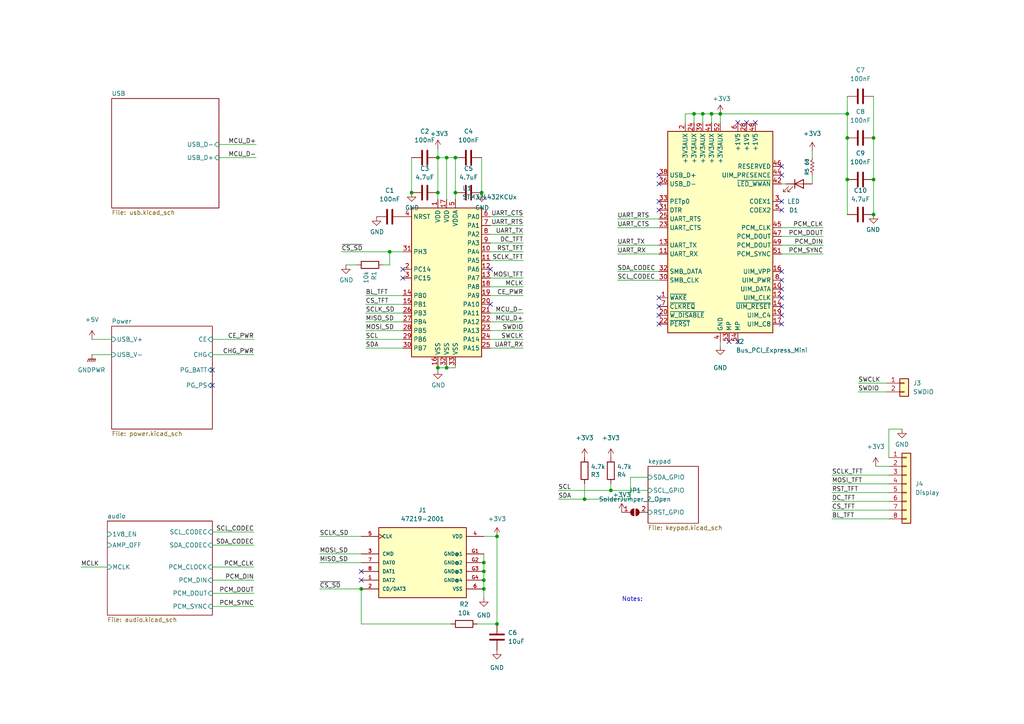
<source format=kicad_sch>
(kicad_sch (version 20211123) (generator eeschema)
  (paper "A4")
  (lib_symbols
    (symbol "Connector:Bus_PCI_Express_Mini"
      (property "Reference" "J4" (at 4.5594 -30.48 0))
      (property "Value" "Bus_PCI_Express_Mini" (at 4.5594 -33.02 0))
      (symbol "Bus_PCI_Express_Mini_0_1"
        (rectangle (start -15.24 30.48) (end 15.24 -27.94) (stroke (width 0.254)) (fill (type background)))
      )
      (symbol "Bus_PCI_Express_Mini_1_1"
        (pin open_collector line (at -17.78 -17.78 0) (length 2.54) (name "~{WAKE}") (number "1"))
        (pin bidirectional line (at 17.78 -15.24 180) (length 2.54) (name "UIM_DATA") (number "10"))
        (pin input line (at -17.78 -5.08 0) (length 2.54) (name "UART_RX") (number "11"))
        (pin output line (at 17.78 -17.78 180) (length 2.54) (name "UIM_CLK") (number "12"))
        (pin input line (at -17.78 -2.54 0) (length 2.54) (name "UART_TX") (number "13"))
        (pin output line (at 17.78 -20.32 180) (length 2.54) (name "~{UIM_RESET}") (number "14"))
        (pin passive line (at 0 -30.48 90) (length 2.54) hide (name "GND") (number "15"))
        (pin power_out line (at 17.78 -10.16 180) (length 2.54) (name "UIM_VPP") (number "16"))
        (pin passive line (at 17.78 -25.4 180) (length 2.54) (name "UIM_C8") (number "17"))
        (pin passive line (at 0 -30.48 90) (length 2.54) hide (name "GND") (number "18"))
        (pin passive line (at 17.78 -22.86 180) (length 2.54) (name "UIM_C4") (number "19"))
        (pin power_in line (at -10.16 33.02 270) (length 2.54) (name "+3V3AUX") (number "2"))
        (pin input line (at -17.78 -22.86 0) (length 2.54) (name "~{W_DISABLE}") (number "20"))
        (pin passive line (at 0 -30.48 90) (length 2.54) hide (name "GND") (number "21"))
        (pin input line (at -17.78 -25.4 0) (length 2.54) (name "~{PERST}") (number "22"))
        (pin output line (at -17.78 2.54 0) (length 2.54) (name "UART_CTS") (number "23"))
        (pin power_in line (at -7.62 33.02 270) (length 2.54) (name "+3V3AUX") (number "24"))
        (pin output line (at -17.78 5.08 0) (length 2.54) (name "UART_RTS") (number "25"))
        (pin passive line (at 0 -30.48 90) (length 2.54) hide (name "GND") (number "26"))
        (pin passive line (at 0 -30.48 90) (length 2.54) hide (name "GND") (number "27"))
        (pin power_in line (at 7.62 33.02 270) (length 2.54) (name "+1V5") (number "28"))
        (pin passive line (at 0 -30.48 90) (length 2.54) hide (name "GND") (number "29"))
        (pin passive line (at 17.78 10.16 180) (length 2.54) (name "COEX1") (number "3"))
        (pin input line (at -17.78 -12.7 0) (length 2.54) (name "SMB_CLK") (number "30"))
        (pin input line (at -17.78 7.62 0) (length 2.54) (name "DTR") (number "31"))
        (pin bidirectional line (at -17.78 -10.16 0) (length 2.54) (name "SMB_DATA") (number "32"))
        (pin input line (at -17.78 10.16 0) (length 2.54) (name "PETp0") (number "33"))
        (pin passive line (at 0 -30.48 90) (length 2.54) hide (name "GND") (number "34"))
        (pin passive line (at 0 -30.48 90) (length 2.54) hide (name "GND") (number "35"))
        (pin bidirectional line (at -17.78 15.24 0) (length 2.54) (name "USB_D-") (number "36"))
        (pin passive line (at 0 -30.48 90) (length 2.54) hide (name "GND") (number "37"))
        (pin bidirectional line (at -17.78 17.78 0) (length 2.54) (name "USB_D+") (number "38"))
        (pin power_in line (at -5.08 33.02 270) (length 2.54) (name "+3V3AUX") (number "39"))
        (pin power_in line (at 0 -30.48 90) (length 2.54) (name "GND") (number "4"))
        (pin passive line (at 0 -30.48 90) (length 2.54) hide (name "GND") (number "40"))
        (pin power_in line (at -2.54 33.02 270) (length 2.54) (name "+3V3AUX") (number "41"))
        (pin open_collector line (at 17.78 15.24 180) (length 2.54) (name "~{LED_WWAN}") (number "42"))
        (pin passive line (at 0 -30.48 90) (length 2.54) hide (name "GND") (number "43"))
        (pin open_collector line (at 17.78 17.78 180) (length 2.54) (name "UIM_PRESENCE") (number "44"))
        (pin passive line (at 17.78 2.54 180) (length 2.54) (name "PCM_CLK") (number "45"))
        (pin open_collector line (at 17.78 20.32 180) (length 2.54) (name "RESERVED") (number "46"))
        (pin passive line (at 17.78 0 180) (length 2.54) (name "PCM_DOUT") (number "47"))
        (pin power_in line (at 10.16 33.02 270) (length 2.54) (name "+1V5") (number "48"))
        (pin passive line (at 17.78 -2.54 180) (length 2.54) (name "PCM_DOUT") (number "49"))
        (pin passive line (at 17.78 7.62 180) (length 2.54) (name "COEX2") (number "5"))
        (pin passive line (at 0 -30.48 90) (length 2.54) hide (name "GND") (number "50"))
        (pin passive line (at 17.78 -5.08 180) (length 2.54) (name "PCM_SYNC") (number "51"))
        (pin power_in line (at 0 33.02 270) (length 2.54) (name "+3V3AUX") (number "52"))
        (pin passive line (at 2.54 -30.48 90) (length 2.54) (name "MP") (number "53"))
        (pin passive line (at 5.08 -30.48 90) (length 2.54) (name "MP") (number "54"))
        (pin power_in line (at 5.08 33.02 270) (length 2.54) (name "+1V5") (number "6"))
        (pin open_collector line (at -17.78 -20.32 0) (length 2.54) (name "~{CLKREQ}") (number "7"))
        (pin power_out line (at 17.78 -12.7 180) (length 2.54) (name "UIM_PWR") (number "8"))
        (pin passive line (at 0 -30.48 90) (length 2.54) hide (name "GND") (number "9"))
      )
    )
    (symbol "Connector_Generic:Conn_01x02" (pin_names (offset 1.016) hide)
      (property "Reference" "J" (at 0 2.54 0))
      (property "Value" "Conn_01x02" (at 0 -5.08 0))
      (symbol "Conn_01x02_1_1"
        (rectangle (start -1.27 -2.413) (end 0 -2.667) (stroke (width 0.1524)))
        (rectangle (start -1.27 0.127) (end 0 -0.127) (stroke (width 0.1524)))
        (rectangle (start -1.27 1.27) (end 1.27 -3.81) (stroke (width 0.254)) (fill (type background)))
        (pin passive line (at -5.08 0 0) (length 3.81) (name "Pin_1") (number "1"))
        (pin passive line (at -5.08 -2.54 0) (length 3.81) (name "Pin_2") (number "2"))
      )
    )
    (symbol "Connector_Generic:Conn_01x08" (pin_names (offset 1.016) hide)
      (property "Reference" "J" (at 0 10.16 0))
      (property "Value" "Conn_01x08" (at 0 -12.7 0))
      (symbol "Conn_01x08_1_1"
        (rectangle (start -1.27 -10.033) (end 0 -10.287) (stroke (width 0.1524)))
        (rectangle (start -1.27 -7.493) (end 0 -7.747) (stroke (width 0.1524)))
        (rectangle (start -1.27 -4.953) (end 0 -5.207) (stroke (width 0.1524)))
        (rectangle (start -1.27 -2.413) (end 0 -2.667) (stroke (width 0.1524)))
        (rectangle (start -1.27 0.127) (end 0 -0.127) (stroke (width 0.1524)))
        (rectangle (start -1.27 2.667) (end 0 2.413) (stroke (width 0.1524)))
        (rectangle (start -1.27 5.207) (end 0 4.953) (stroke (width 0.1524)))
        (rectangle (start -1.27 7.747) (end 0 7.493) (stroke (width 0.1524)))
        (rectangle (start -1.27 8.89) (end 1.27 -11.43) (stroke (width 0.254)) (fill (type background)))
        (pin passive line (at -5.08 7.62 0) (length 3.81) (name "Pin_1") (number "1"))
        (pin passive line (at -5.08 5.08 0) (length 3.81) (name "Pin_2") (number "2"))
        (pin passive line (at -5.08 2.54 0) (length 3.81) (name "Pin_3") (number "3"))
        (pin passive line (at -5.08 0 0) (length 3.81) (name "Pin_4") (number "4"))
        (pin passive line (at -5.08 -2.54 0) (length 3.81) (name "Pin_5") (number "5"))
        (pin passive line (at -5.08 -5.08 0) (length 3.81) (name "Pin_6") (number "6"))
        (pin passive line (at -5.08 -7.62 0) (length 3.81) (name "Pin_7") (number "7"))
        (pin passive line (at -5.08 -10.16 0) (length 3.81) (name "Pin_8") (number "8"))
      )
    )
    (symbol "Device:C" (pin_numbers hide) (pin_names (offset 0.254))
      (property "Reference" "C" (at 0.635 2.54 0))
      (property "Value" "C" (at 0.635 -2.54 0))
      (symbol "C_0_1"
        (polyline (pts (xy -2.032 -0.762) (xy 2.032 -0.762)) (stroke (width 0.508)))
        (polyline (pts (xy -2.032 0.762) (xy 2.032 0.762)) (stroke (width 0.508)))
      )
      (symbol "C_1_1"
        (pin passive line (at 0 3.81 270) (length 2.794) (name "~") (number "1"))
        (pin passive line (at 0 -3.81 90) (length 2.794) (name "~") (number "2"))
      )
    )
    (symbol "Device:LED" (pin_numbers hide) (pin_names (offset 1.016) hide)
      (property "Reference" "D" (at 0 2.54 0))
      (property "Value" "LED" (at 0 -2.54 0))
      (symbol "LED_0_1"
        (polyline (pts (xy -1.27 -1.27) (xy -1.27 1.27)) (stroke (width 0.254)))
        (polyline (pts (xy -1.27 0) (xy 1.27 0)))
        (polyline (pts (xy 1.27 -1.27) (xy 1.27 1.27) (xy -1.27 0) (xy 1.27 -1.27)) (stroke (width 0.254)))
        (polyline (pts (xy -3.048 -0.762) (xy -4.572 -2.286) (xy -3.81 -2.286) (xy -4.572 -2.286) (xy -4.572 -1.524)))
        (polyline (pts (xy -1.778 -0.762) (xy -3.302 -2.286) (xy -2.54 -2.286) (xy -3.302 -2.286) (xy -3.302 -1.524)))
      )
      (symbol "LED_1_1"
        (pin passive line (at -3.81 0 0) (length 2.54) (name "K") (number "1"))
        (pin passive line (at 3.81 0 180) (length 2.54) (name "A") (number "2"))
      )
    )
    (symbol "Device:R" (pin_numbers hide) (pin_names (offset 0))
      (property "Reference" "R" (at 2.032 0 90))
      (property "Value" "R" (at 0 0 90))
      (symbol "R_0_1"
        (rectangle (start -1.016 -2.54) (end 1.016 2.54) (stroke (width 0.254)))
      )
      (symbol "R_1_1"
        (pin passive line (at 0 3.81 270) (length 1.27) (name "~") (number "1"))
        (pin passive line (at 0 -3.81 90) (length 1.27) (name "~") (number "2"))
      )
    )
    (symbol "JLCPCB:47219-2001" (pin_names (offset 1.016))
      (property "Reference" "J" (at -12.7 10.922 0))
      (property "Value" "47219-2001" (at -12.7 -12.7 0))
      (symbol "47219-2001_0_0"
        (rectangle (start -12.7 -10.16) (end 12.7 10.16) (stroke (width 0.254)) (fill (type background)))
        (pin bidirectional line (at -17.78 -5.08 0) (length 5.08) (name "DAT2") (number "1"))
        (pin bidirectional line (at -17.78 -7.62 0) (length 5.08) (name "CD/DAT3") (number "2"))
        (pin bidirectional line (at -17.78 2.54 0) (length 5.08) (name "CMD") (number "3"))
        (pin power_in line (at 17.78 7.62 180) (length 5.08) (name "VDD") (number "4"))
        (pin input clock (at -17.78 7.62 0) (length 5.08) (name "CLK") (number "5"))
        (pin power_in line (at 17.78 -7.62 180) (length 5.08) (name "VSS") (number "6"))
        (pin bidirectional line (at -17.78 0 0) (length 5.08) (name "DAT0") (number "7"))
        (pin bidirectional line (at -17.78 -2.54 0) (length 5.08) (name "DAT1") (number "8"))
        (pin power_in line (at 17.78 2.54 180) (length 5.08) (name "GND@1") (number "G1"))
        (pin power_in line (at 17.78 0 180) (length 5.08) (name "GND@2") (number "G2"))
        (pin power_in line (at 17.78 -2.54 180) (length 5.08) (name "GND@3") (number "G3"))
        (pin power_in line (at 17.78 -5.08 180) (length 5.08) (name "GND@4") (number "G4"))
      )
    )
    (symbol "Jumper:SolderJumper_2_Open" (pin_names (offset 0) hide)
      (property "Reference" "JP" (at 0 2.032 0))
      (property "Value" "SolderJumper_2_Open" (at 0 -2.54 0))
      (symbol "SolderJumper_2_Open_0_1"
        (arc (start -0.254 1.016) (mid -1.27 0) (end -0.254 -1.016))
        (arc (start -0.254 1.016) (mid -1.27 0) (end -0.254 -1.016) (fill (type outline)))
        (polyline (pts (xy -0.254 1.016) (xy -0.254 -1.016)))
        (polyline (pts (xy 0.254 1.016) (xy 0.254 -1.016)))
        (arc (start 0.254 -1.016) (mid 1.27 0) (end 0.254 1.016))
        (arc (start 0.254 -1.016) (mid 1.27 0) (end 0.254 1.016) (fill (type outline)))
      )
      (symbol "SolderJumper_2_Open_1_1"
        (pin passive line (at -3.81 0 0) (length 2.54) (name "A") (number "1"))
        (pin passive line (at 3.81 0 180) (length 2.54) (name "B") (number "2"))
      )
    )
    (symbol "MCU_ST_STM32L4:STM32L432KCUx"
      (property "Reference" "U" (at -10.16 21.59 0))
      (property "Value" "STM32L432KCUx" (at 5.08 21.59 0))
      (symbol "STM32L432KCUx_0_1"
        (rectangle (start -10.16 -22.86) (end 10.16 20.32) (stroke (width 0.254)) (fill (type background)))
      )
      (symbol "STM32L432KCUx_1_1"
        (pin power_in line (at -2.54 22.86 270) (length 2.54) (name "VDD") (number "1"))
        (pin bidirectional line (at 12.7 7.62 180) (length 2.54) (name "PA4") (number "10"))
        (pin bidirectional line (at 12.7 5.08 180) (length 2.54) (name "PA5") (number "11"))
        (pin bidirectional line (at 12.7 2.54 180) (length 2.54) (name "PA6") (number "12"))
        (pin bidirectional line (at 12.7 0 180) (length 2.54) (name "PA7") (number "13"))
        (pin bidirectional line (at -12.7 -5.08 0) (length 2.54) (name "PB0") (number "14"))
        (pin bidirectional line (at -12.7 -7.62 0) (length 2.54) (name "PB1") (number "15"))
        (pin power_in line (at -2.54 -25.4 90) (length 2.54) (name "VSS") (number "16"))
        (pin power_in line (at 0 22.86 270) (length 2.54) (name "VDD") (number "17"))
        (pin bidirectional line (at 12.7 -2.54 180) (length 2.54) (name "PA8") (number "18"))
        (pin bidirectional line (at 12.7 -5.08 180) (length 2.54) (name "PA9") (number "19"))
        (pin bidirectional line (at -12.7 2.54 0) (length 2.54) (name "PC14") (number "2"))
        (pin bidirectional line (at 12.7 -7.62 180) (length 2.54) (name "PA10") (number "20"))
        (pin bidirectional line (at 12.7 -10.16 180) (length 2.54) (name "PA11") (number "21"))
        (pin bidirectional line (at 12.7 -12.7 180) (length 2.54) (name "PA12") (number "22"))
        (pin bidirectional line (at 12.7 -15.24 180) (length 2.54) (name "PA13") (number "23"))
        (pin bidirectional line (at 12.7 -17.78 180) (length 2.54) (name "PA14") (number "24"))
        (pin bidirectional line (at 12.7 -20.32 180) (length 2.54) (name "PA15") (number "25"))
        (pin bidirectional line (at -12.7 -10.16 0) (length 2.54) (name "PB3") (number "26"))
        (pin bidirectional line (at -12.7 -12.7 0) (length 2.54) (name "PB4") (number "27"))
        (pin bidirectional line (at -12.7 -15.24 0) (length 2.54) (name "PB5") (number "28"))
        (pin bidirectional line (at -12.7 -17.78 0) (length 2.54) (name "PB6") (number "29"))
        (pin bidirectional line (at -12.7 0 0) (length 2.54) (name "PC15") (number "3"))
        (pin bidirectional line (at -12.7 -20.32 0) (length 2.54) (name "PB7") (number "30"))
        (pin bidirectional line (at -12.7 7.62 0) (length 2.54) (name "PH3") (number "31"))
        (pin power_in line (at 0 -25.4 90) (length 2.54) (name "VSS") (number "32"))
        (pin power_in line (at 2.54 -25.4 90) (length 2.54) (name "VSS") (number "33"))
        (pin input line (at -12.7 17.78 0) (length 2.54) (name "NRST") (number "4"))
        (pin power_in line (at 2.54 22.86 270) (length 2.54) (name "VDDA") (number "5"))
        (pin bidirectional line (at 12.7 17.78 180) (length 2.54) (name "PA0") (number "6"))
        (pin bidirectional line (at 12.7 15.24 180) (length 2.54) (name "PA1") (number "7"))
        (pin bidirectional line (at 12.7 12.7 180) (length 2.54) (name "PA2") (number "8"))
        (pin bidirectional line (at 12.7 10.16 180) (length 2.54) (name "PA3") (number "9"))
      )
    )
    (symbol "RobotProtos:RSMALL" (pin_numbers hide) (pin_names (offset 0))
      (property "Reference" "R" (at -1.524 -0.508 90))
      (property "Value" "RSMALL" (at -1.524 0.254 90))
      (symbol "RSMALL_0_1"
        (polyline (pts (xy -0.508 -1.524) (xy 0 -1.778) (xy 0 -2.032)))
        (polyline (pts (xy -0.508 1.524) (xy 0 1.778) (xy 0 2.032)))
        (polyline (pts (xy -0.508 -1.524) (xy 0.508 -1.016) (xy -0.508 -0.508) (xy 0.508 0) (xy -0.508 0.508) (xy 0.508 1.016) (xy -0.508 1.524)))
      )
      (symbol "RSMALL_1_1"
        (pin passive line (at 0 2.54 270) (length 0.508) (name "~") (number "1"))
        (pin passive line (at 0 -2.54 90) (length 0.508) (name "~") (number "2"))
      )
    )
    (symbol "power:+3V3" (power) (pin_names (offset 0))
      (property "Value" "+3V3" (at 0 3.556 0))
      (symbol "+3V3_0_1"
        (polyline (pts (xy -0.762 1.27) (xy 0 2.54)))
        (polyline (pts (xy 0 0) (xy 0 2.54)))
        (polyline (pts (xy 0 2.54) (xy 0.762 1.27)))
      )
      (symbol "+3V3_1_1"
        (pin power_in line (at 0 0 90) (length 0) hide (name "+3V3") (number "1"))
      )
    )
    (symbol "power:+5V" (power) (pin_names (offset 0))
      (property "Value" "+5V" (at 0 3.556 0))
      (symbol "+5V_0_1"
        (polyline (pts (xy -0.762 1.27) (xy 0 2.54)))
        (polyline (pts (xy 0 0) (xy 0 2.54)))
        (polyline (pts (xy 0 2.54) (xy 0.762 1.27)))
      )
      (symbol "+5V_1_1"
        (pin power_in line (at 0 0 90) (length 0) hide (name "+5V") (number "1"))
      )
    )
    (symbol "power:GND" (power) (pin_names (offset 0))
      (property "Value" "GND" (at 0 -3.81 0))
      (symbol "GND_0_1"
        (polyline (pts (xy 0 0) (xy 0 -1.27) (xy 1.27 -1.27) (xy 0 -2.54) (xy -1.27 -1.27) (xy 0 -1.27)))
      )
      (symbol "GND_1_1"
        (pin power_in line (at 0 0 270) (length 0) hide (name "GND") (number "1"))
      )
    )
    (symbol "power:GNDPWR" (power) (pin_names (offset 0))
      (property "Value" "GNDPWR" (at 0 -3.302 0))
      (symbol "GNDPWR_0_1"
        (polyline (pts (xy 0 -1.27) (xy 0 0)))
        (polyline (pts (xy -1.016 -1.27) (xy -1.27 -2.032) (xy -1.27 -2.032)) (stroke (width 0.2032)))
        (polyline (pts (xy -0.508 -1.27) (xy -0.762 -2.032) (xy -0.762 -2.032)) (stroke (width 0.2032)))
        (polyline (pts (xy 0 -1.27) (xy -0.254 -2.032) (xy -0.254 -2.032)) (stroke (width 0.2032)))
        (polyline (pts (xy 0.508 -1.27) (xy 0.254 -2.032) (xy 0.254 -2.032)) (stroke (width 0.2032)))
        (polyline (pts (xy 1.016 -1.27) (xy -1.016 -1.27) (xy -1.016 -1.27)) (stroke (width 0.2032)))
        (polyline (pts (xy 1.016 -1.27) (xy 0.762 -2.032) (xy 0.762 -2.032) (xy 0.762 -2.032)) (stroke (width 0.2032)))
      )
      (symbol "GNDPWR_1_1"
        (pin power_in line (at 0 0 270) (length 0) hide (name "GNDPWR") (number "1"))
      )
    )
  )
  (junction (at 139.7 55.88))
  (junction (at 206.375 33.02))
  (junction (at 119.38 55.88))
  (junction (at 201.295 33.02))
  (junction (at 127 45.72))
  (junction (at 144.145 155.575))
  (junction (at 245.745 33.02))
  (junction (at 203.835 33.02))
  (junction (at 245.745 52.07))
  (junction (at 253.365 40.005))
  (junction (at 140.335 168.275))
  (junction (at 132.08 45.72))
  (junction (at 140.335 170.815))
  (junction (at 113.03 73.025))
  (junction (at 129.54 45.72))
  (junction (at 140.335 165.735))
  (junction (at 104.775 170.815))
  (junction (at 132.08 55.88))
  (junction (at 245.745 40.005))
  (junction (at 177.165 142.24))
  (junction (at 169.545 144.78))
  (junction (at 129.54 106.68))
  (junction (at 208.915 33.02))
  (junction (at 144.145 180.975))
  (junction (at 127 55.88))
  (junction (at 253.365 52.07))
  (junction (at 127 106.68))
  (junction (at 140.335 163.195))
  (junction (at 253.365 62.23))
  (no_connect (at 226.695 58.42))
  (no_connect (at 191.135 88.9))
  (no_connect (at 191.135 58.42))
  (no_connect (at 226.695 48.26))
  (no_connect (at 213.995 35.56))
  (no_connect (at 191.135 93.98))
  (no_connect (at 142.24 88.265))
  (no_connect (at 116.84 78.105))
  (no_connect (at 116.84 80.645))
  (no_connect (at 219.075 35.56))
  (no_connect (at 104.775 168.275))
  (no_connect (at 104.775 165.735))
  (no_connect (at 191.135 53.34))
  (no_connect (at 216.535 35.56))
  (no_connect (at 226.695 60.96))
  (no_connect (at 226.695 81.28))
  (no_connect (at 191.135 60.96))
  (no_connect (at 61.595 111.76))
  (no_connect (at 61.595 107.315))
  (no_connect (at 226.695 86.36))
  (no_connect (at 226.695 88.9))
  (no_connect (at 211.455 99.06))
  (no_connect (at 226.695 50.8))
  (no_connect (at 226.695 83.82))
  (no_connect (at 191.135 86.36))
  (no_connect (at 213.995 99.06))
  (no_connect (at 191.135 91.44))
  (no_connect (at 226.695 78.74))
  (no_connect (at 191.135 50.8))
  (no_connect (at 226.695 91.44))
  (no_connect (at 226.695 93.98))
  (no_connect (at 142.24 78.105))
  (wire (pts (xy 104.775 170.815) (xy 104.775 180.975)))
  (wire (pts (xy 191.135 81.28) (xy 179.07 81.28)))
  (wire (pts (xy 132.08 45.72) (xy 132.08 55.88)))
  (wire (pts (xy 253.365 40.005) (xy 253.365 52.07)))
  (wire (pts (xy 179.07 66.04) (xy 191.135 66.04)))
  (wire (pts (xy 177.165 142.24) (xy 161.925 142.24)))
  (wire (pts (xy 226.695 68.58) (xy 238.76 68.58)))
  (wire (pts (xy 106.045 90.805) (xy 116.84 90.805)))
  (wire (pts (xy 245.745 27.94) (xy 245.745 33.02)))
  (wire (pts (xy 151.765 100.965) (xy 142.24 100.965)))
  (wire (pts (xy 208.915 33.02) (xy 245.745 33.02)))
  (wire (pts (xy 203.835 33.02) (xy 203.835 35.56)))
  (wire (pts (xy 226.695 66.04) (xy 238.76 66.04)))
  (wire (pts (xy 127 45.72) (xy 129.54 45.72)))
  (wire (pts (xy 127 55.88) (xy 127 57.785)))
  (wire (pts (xy 253.365 27.94) (xy 253.365 40.005)))
  (wire (pts (xy 241.3 137.795) (xy 257.81 137.795)))
  (wire (pts (xy 151.765 95.885) (xy 142.24 95.885)))
  (wire (pts (xy 177.165 140.335) (xy 177.165 142.24)))
  (wire (pts (xy 151.765 80.645) (xy 142.24 80.645)))
  (wire (pts (xy 235.585 50.8) (xy 235.585 53.34)))
  (wire (pts (xy 113.03 73.025) (xy 116.84 73.025)))
  (wire (pts (xy 99.06 73.025) (xy 113.03 73.025)))
  (wire (pts (xy 235.585 43.815) (xy 235.585 45.72)))
  (wire (pts (xy 241.3 145.415) (xy 257.81 145.415)))
  (wire (pts (xy 253.365 62.23) (xy 253.365 52.07)))
  (wire (pts (xy 63.5 41.91) (xy 74.295 41.91)))
  (wire (pts (xy 142.24 90.805) (xy 151.765 90.805)))
  (wire (pts (xy 132.08 55.88) (xy 132.08 57.785)))
  (wire (pts (xy 127 106.68) (xy 127 106.045)))
  (wire (pts (xy 113.03 76.835) (xy 111.125 76.835)))
  (wire (pts (xy 151.765 65.405) (xy 142.24 65.405)))
  (wire (pts (xy 248.92 111.125) (xy 257.175 111.125)))
  (wire (pts (xy 208.915 35.56) (xy 208.915 33.02)))
  (wire (pts (xy 241.3 140.335) (xy 257.81 140.335)))
  (wire (pts (xy 104.775 180.975) (xy 130.81 180.975)))
  (wire (pts (xy 100.33 76.835) (xy 103.505 76.835)))
  (wire (pts (xy 206.375 33.02) (xy 206.375 35.56)))
  (wire (pts (xy 132.08 106.045) (xy 132.08 106.68)))
  (wire (pts (xy 201.295 33.02) (xy 198.755 33.02)))
  (wire (pts (xy 140.335 163.195) (xy 140.335 165.735)))
  (wire (pts (xy 139.7 55.88) (xy 139.7 45.72)))
  (wire (pts (xy 151.765 62.865) (xy 142.24 62.865)))
  (wire (pts (xy 61.595 168.275) (xy 73.66 168.275)))
  (wire (pts (xy 142.24 93.345) (xy 151.765 93.345)))
  (wire (pts (xy 92.71 163.195) (xy 104.775 163.195)))
  (wire (pts (xy 245.745 40.005) (xy 245.745 52.07)))
  (wire (pts (xy 206.375 33.02) (xy 203.835 33.02)))
  (wire (pts (xy 106.045 95.885) (xy 116.84 95.885)))
  (wire (pts (xy 227.965 53.34) (xy 226.695 53.34)))
  (wire (pts (xy 92.71 155.575) (xy 104.775 155.575)))
  (wire (pts (xy 129.54 106.045) (xy 129.54 106.68)))
  (wire (pts (xy 138.43 180.975) (xy 144.145 180.975)))
  (wire (pts (xy 248.92 113.665) (xy 257.175 113.665)))
  (wire (pts (xy 92.71 170.815) (xy 104.775 170.815)))
  (wire (pts (xy 106.045 88.265) (xy 116.84 88.265)))
  (wire (pts (xy 140.335 165.735) (xy 140.335 168.275)))
  (wire (pts (xy 201.295 33.02) (xy 201.295 35.56)))
  (wire (pts (xy 127 107.315) (xy 127 106.68)))
  (wire (pts (xy 208.915 100.33) (xy 208.915 99.06)))
  (wire (pts (xy 132.08 45.72) (xy 129.54 45.72)))
  (wire (pts (xy 140.335 168.275) (xy 140.335 170.815)))
  (wire (pts (xy 151.765 70.485) (xy 142.24 70.485)))
  (wire (pts (xy 151.765 75.565) (xy 142.24 75.565)))
  (wire (pts (xy 179.07 63.5) (xy 191.135 63.5)))
  (wire (pts (xy 151.765 73.025) (xy 142.24 73.025)))
  (wire (pts (xy 106.045 93.345) (xy 116.84 93.345)))
  (wire (pts (xy 144.145 155.575) (xy 144.145 180.975)))
  (wire (pts (xy 238.76 73.66) (xy 226.695 73.66)))
  (wire (pts (xy 106.045 100.965) (xy 116.84 100.965)))
  (wire (pts (xy 63.5 45.72) (xy 74.295 45.72)))
  (wire (pts (xy 129.54 45.72) (xy 129.54 57.785)))
  (wire (pts (xy 92.71 160.655) (xy 104.775 160.655)))
  (wire (pts (xy 23.495 164.465) (xy 31.115 164.465)))
  (wire (pts (xy 241.3 142.875) (xy 257.81 142.875)))
  (wire (pts (xy 106.045 98.425) (xy 116.84 98.425)))
  (wire (pts (xy 182.88 138.43) (xy 182.88 144.78)))
  (wire (pts (xy 187.96 142.24) (xy 177.165 142.24)))
  (wire (pts (xy 257.81 124.46) (xy 261.62 124.46)))
  (wire (pts (xy 179.07 71.12) (xy 191.135 71.12)))
  (wire (pts (xy 61.595 158.115) (xy 73.66 158.115)))
  (wire (pts (xy 179.07 73.66) (xy 191.135 73.66)))
  (wire (pts (xy 226.695 71.12) (xy 238.76 71.12)))
  (wire (pts (xy 140.335 155.575) (xy 144.145 155.575)))
  (wire (pts (xy 187.96 138.43) (xy 182.88 138.43)))
  (wire (pts (xy 151.765 98.425) (xy 142.24 98.425)))
  (wire (pts (xy 245.745 52.07) (xy 245.745 62.23)))
  (wire (pts (xy 208.915 33.02) (xy 206.375 33.02)))
  (wire (pts (xy 182.88 144.78) (xy 169.545 144.78)))
  (wire (pts (xy 61.595 98.425) (xy 73.66 98.425)))
  (wire (pts (xy 26.67 102.87) (xy 32.385 102.87)))
  (wire (pts (xy 254 135.255) (xy 257.81 135.255)))
  (wire (pts (xy 151.765 83.185) (xy 142.24 83.185)))
  (wire (pts (xy 169.545 140.335) (xy 169.545 144.78)))
  (wire (pts (xy 142.24 85.725) (xy 151.765 85.725)))
  (wire (pts (xy 106.045 85.725) (xy 116.84 85.725)))
  (wire (pts (xy 113.03 76.835) (xy 113.03 73.025)))
  (wire (pts (xy 61.595 102.87) (xy 73.66 102.87)))
  (wire (pts (xy 191.135 78.74) (xy 179.07 78.74)))
  (wire (pts (xy 129.54 106.68) (xy 127 106.68)))
  (wire (pts (xy 61.595 164.465) (xy 73.66 164.465)))
  (wire (pts (xy 61.595 154.305) (xy 73.66 154.305)))
  (wire (pts (xy 169.545 144.78) (xy 161.925 144.78)))
  (wire (pts (xy 127 45.72) (xy 127 55.88)))
  (wire (pts (xy 140.335 170.815) (xy 140.335 173.355)))
  (wire (pts (xy 132.08 106.68) (xy 129.54 106.68)))
  (wire (pts (xy 127 43.18) (xy 127 45.72)))
  (wire (pts (xy 198.755 33.02) (xy 198.755 35.56)))
  (wire (pts (xy 140.335 160.655) (xy 140.335 163.195)))
  (wire (pts (xy 26.67 98.425) (xy 32.385 98.425)))
  (wire (pts (xy 73.66 175.895) (xy 61.595 175.895)))
  (wire (pts (xy 241.3 147.955) (xy 257.81 147.955)))
  (wire (pts (xy 119.38 55.88) (xy 119.38 45.72)))
  (wire (pts (xy 61.595 172.085) (xy 73.66 172.085)))
  (wire (pts (xy 203.835 33.02) (xy 201.295 33.02)))
  (wire (pts (xy 245.745 33.02) (xy 245.745 40.005)))
  (wire (pts (xy 241.3 150.495) (xy 257.81 150.495)))
  (wire (pts (xy 257.81 132.715) (xy 257.81 124.46)))
  (wire (pts (xy 151.765 67.945) (xy 142.24 67.945)))
  (text "Notes:" (at 180.34 174.625 0) (effects (font (size 1.27 1.27)) (justify left bottom)))
  (label "SCL" (at 106.045 98.425 0))
  (label "SDA" (at 161.925 144.78 0))
  (label "SWDIO" (at 151.765 95.885 180))
  (label "CE_PWR" (at 73.66 98.425 180))
  (label "UART_RX" (at 179.07 73.66 0))
  (label "CS_TFT" (at 241.3 147.955 0))
  (label "SCL" (at 161.925 142.24 0))
  (label "UART_CTS" (at 179.07 66.04 0))
  (label "DC_TFT" (at 151.765 70.485 180))
  (label "UART_RX" (at 151.765 100.965 180))
  (label "MCLK" (at 151.765 83.185 180))
  (label "SCLK_SD" (at 92.71 155.575 0))
  (label "MOSI_TFT" (at 151.765 80.645 180))
  (label "UART_RTS" (at 151.765 65.405 180))
  (label "~{CS_SD}" (at 99.06 73.025 0))
  (label "MCLK" (at 23.495 164.465 0))
  (label "CHG_PWR" (at 73.66 102.87 180))
  (label "RST_TFT" (at 151.765 73.025 180))
  (label "MISO_SD" (at 92.71 163.195 0))
  (label "MCU_D+" (at 74.295 41.91 180))
  (label "PCM_CLK" (at 238.76 66.04 180))
  (label "MCU_D-" (at 74.295 45.72 180))
  (label "CS_TFT" (at 106.045 88.265 0))
  (label "SCLK_TFT" (at 241.3 137.795 0))
  (label "PCM_SYNC" (at 238.76 73.66 180))
  (label "MCU_D+" (at 151.765 93.345 180))
  (label "PCM_DIN" (at 73.66 168.275 180))
  (label "DC_TFT" (at 241.3 145.415 0))
  (label "PCM_CLK" (at 73.66 164.465 180))
  (label "MOSI_SD" (at 92.71 160.655 0))
  (label "PCM_SYNC" (at 73.66 175.895 180))
  (label "BL_TFT" (at 106.045 85.725 0))
  (label "~{CS_SD}" (at 92.71 170.815 0))
  (label "MOSI_SD" (at 106.045 95.885 0))
  (label "PCM_DIN" (at 238.76 71.12 180))
  (label "BL_TFT" (at 241.3 150.495 0))
  (label "PCM_DOUT" (at 73.66 172.085 180))
  (label "SDA" (at 106.045 100.965 0))
  (label "MISO_SD" (at 106.045 93.345 0))
  (label "SCL_CODEC" (at 179.07 81.28 0))
  (label "MCU_D-" (at 151.765 90.805 180))
  (label "SWCLK" (at 151.765 98.425 180))
  (label "SCLK_SD" (at 106.045 90.805 0))
  (label "SWCLK" (at 248.92 111.125 0))
  (label "MOSI_TFT" (at 241.3 140.335 0))
  (label "RST_TFT" (at 241.3 142.875 0))
  (label "UART_TX" (at 151.765 67.945 180))
  (label "SDA_CODEC" (at 179.07 78.74 0))
  (label "SCLK_TFT" (at 151.765 75.565 180))
  (label "SDA_CODEC" (at 73.66 158.115 180))
  (label "SWDIO" (at 248.92 113.665 0))
  (label "SCL_CODEC" (at 73.66 154.305 180))
  (label "UART_CTS" (at 151.765 62.865 180))
  (label "CE_PWR" (at 151.765 85.725 180))
  (label "UART_RTS" (at 179.07 63.5 0))
  (label "UART_TX" (at 179.07 71.12 0))
  (label "PCM_DOUT" (at 238.76 68.58 180))
  (symbol (lib_id "Device:C") (at 123.19 55.88 270) (unit 1)
    (property "Reference" "C3" (at 123.19 48.895 90))
    (property "Value" "4.7uF" (at 123.19 51.435 90))
    (property "Footprint" "Capacitor_SMD:C_0805_2012Metric" (effects hide))
    (property "MPN" "C1779" (effects hide))
  )
  (symbol (lib_id "Connector_Generic:Conn_01x02") (at 262.255 111.125 0) (unit 1)
    (property "Reference" "J3" (at 264.795 111.1249 0) (effects (justify left)))
    (property "Value" "SWDIO" (at 264.795 113.6649 0) (effects (justify left)))
    (property "Footprint" "Connector_PinSocket_1.27mm:PinSocket_1x02_P1.27mm_Vertical_SMD_Pin1Left" (effects hide))
    (property "MPN" "C2881511" (effects hide))
  )
  (symbol (lib_id "power:GND") (at 119.38 55.88 0) (unit 1)
    (property "Reference" "#PWR05" (effects hide))
    (property "Value" "GND" (at 119.507 60.2742 0))
  )
  (symbol (lib_id "JLCPCB:47219-2001") (at 122.555 163.195 0) (unit 1)
    (property "Reference" "J1" (at 122.555 147.955 0))
    (property "Value" "47219-2001" (at 122.555 150.495 0))
    (property "Footprint" "lib_fp:MOLEX_47219-2001" (effects hide))
    (property "MPN" "C164170" (effects hide))
  )
  (symbol (lib_id "Connector:Bus_PCI_Express_Mini") (at 208.915 68.58 0) (unit 1)
    (property "Reference" "J2" (at 213.4744 99.06 0) (effects (justify left)))
    (property "Value" "Bus_PCI_Express_Mini" (at 213.4744 101.6 0) (effects (justify left)))
    (property "Footprint" "lib_fp:MOLEX_67910-5700" (effects hide))
    (property "MPN" "C277606" (effects hide))
  )
  (symbol (lib_id "power:GND") (at 100.33 76.835 0) (unit 1)
    (property "Reference" "#PWR03" (effects hide))
    (property "Value" "GND" (at 100.457 81.2292 0))
  )
  (symbol (lib_id "Device:R") (at 107.315 76.835 270) (unit 1)
    (property "Reference" "R1" (at 108.4834 78.613 0) (effects (justify left)))
    (property "Value" "10k" (at 106.172 78.613 0) (effects (justify left)))
    (property "Footprint" "Resistor_SMD:R_0402_1005Metric" (effects hide))
    (property "MPN" "C25744" (effects hide))
  )
  (symbol (lib_id "power:GND") (at 261.62 124.46 0) (unit 1)
    (property "Reference" "#PWR020" (effects hide))
    (property "Value" "GND" (at 261.62 128.905 0))
  )
  (symbol (lib_id "Device:LED") (at 231.775 53.34 0) (unit 1)
    (property "Reference" "D1" (at 230.1875 60.96 0))
    (property "Value" "LED" (at 230.1875 58.42 0))
    (property "Footprint" "LED_SMD:LED_0603_1608Metric" (effects hide))
    (property "MPN" "C2286" (effects hide))
  )
  (symbol (lib_id "Device:C") (at 135.89 55.88 270) (unit 1)
    (property "Reference" "C5" (at 135.89 48.895 90))
    (property "Value" "4.7uF" (at 135.89 51.435 90))
    (property "Footprint" "Capacitor_SMD:C_0805_2012Metric" (effects hide))
    (property "MPN" "C1779" (effects hide))
  )
  (symbol (lib_id "power:GNDPWR") (at 26.67 102.87 0) (unit 1)
    (property "Reference" "#PWR02" (effects hide))
    (property "Value" "GNDPWR" (at 26.543 107.315 0))
  )
  (symbol (lib_id "power:+3V3") (at 208.915 33.02 0) (unit 1)
    (property "Reference" "#PWR015" (effects hide))
    (property "Value" "+3V3" (at 209.296 28.6258 0))
  )
  (symbol (lib_id "power:+3V3") (at 235.585 43.815 0) (unit 1)
    (property "Reference" "#PWR017" (effects hide))
    (property "Value" "+3V3" (at 235.585 38.735 0))
  )
  (symbol (lib_id "Device:R") (at 134.62 180.975 90) (unit 1)
    (property "Reference" "R2" (at 134.62 175.26 90))
    (property "Value" "10k" (at 134.62 177.8 90))
    (property "Footprint" "Resistor_SMD:R_0402_1005Metric" (effects hide))
    (property "MPN" "C25744" (effects hide))
  )
  (symbol (lib_id "Device:C") (at 249.555 52.07 270) (mirror x) (unit 1)
    (property "Reference" "C9" (at 249.555 44.45 90))
    (property "Value" "100nF" (at 249.555 46.99 90))
    (property "Footprint" "Capacitor_SMD:C_0402_1005Metric" (effects hide))
    (property "MPN" "C1525" (effects hide))
  )
  (symbol (lib_id "RobotProtos:RSMALL") (at 235.585 48.26 0) (unit 1)
    (property "Reference" "R5" (at 234.061 48.768 90) (effects (font (size 0.9906 0.9906)) (justify right)))
    (property "Value" "68" (at 234.061 48.006 90) (effects (font (size 0.991 0.991)) (justify left)))
    (property "Footprint" "Resistor_SMD:R_0402_1005Metric" (effects hide))
    (property "MPN" "C25133" (effects hide))
  )
  (symbol (lib_id "Device:C") (at 123.19 45.72 90) (unit 1)
    (property "Reference" "C2" (at 123.19 38.1 90))
    (property "Value" "100nF" (at 123.19 40.64 90))
    (property "Footprint" "Capacitor_SMD:C_0402_1005Metric" (effects hide))
    (property "MPN" "C1525" (effects hide))
  )
  (symbol (lib_id "Connector_Generic:Conn_01x08") (at 262.89 140.335 0) (unit 1) (in_bom no)
    (property "Reference" "J4" (at 265.43 140.335 0) (effects (justify left)))
    (property "Value" "Display" (at 265.43 142.875 0) (effects (justify left)))
    (property "Footprint" "Connector_PinSocket_1.27mm:PinSocket_1x08_P1.27mm_Vertical" (effects hide))
  )
  (symbol (lib_id "MCU_ST_STM32L4:STM32L432KCUx") (at 129.54 80.645 0) (unit 1)
    (property "Reference" "U1" (at 134.0994 54.61 0) (effects (justify left)))
    (property "Value" "STM32L432KCUx" (at 134.0994 57.15 0) (effects (justify left)))
    (property "Footprint" "Package_DFN_QFN:QFN-32-1EP_5x5mm_P0.5mm_EP3.45x3.45mm" (effects hide))
    (property "Datasheet" "http://www.st.com/st-web-ui/static/active/en/resource/technical/document/datasheet/DM00257205.pdf" (effects hide))
    (property "MPN" "C1337280" (effects hide))
  )
  (symbol (lib_id "power:+3V3") (at 127 43.18 0) (unit 1)
    (property "Reference" "#PWR06" (effects hide))
    (property "Value" "+3V3" (at 127.381 38.7858 0))
  )
  (symbol (lib_id "power:GND") (at 208.915 100.33 0) (unit 1)
    (property "Reference" "#PWR016" (effects hide))
    (property "Value" "GND" (at 208.915 106.68 0))
  )
  (symbol (lib_id "Device:C") (at 249.555 40.005 270) (mirror x) (unit 1)
    (property "Reference" "C8" (at 249.555 32.385 90))
    (property "Value" "100nF" (at 249.555 34.925 90))
    (property "Footprint" "Capacitor_SMD:C_0402_1005Metric" (effects hide))
    (property "MPN" "C1525" (effects hide))
  )
  (symbol (lib_id "Device:C") (at 249.555 62.23 90) (mirror x) (unit 1)
    (property "Reference" "C10" (at 249.555 55.245 90))
    (property "Value" "4.7uF" (at 249.555 57.785 90))
    (property "Footprint" "Capacitor_SMD:C_0805_2012Metric" (effects hide))
    (property "MPN" "C1779" (effects hide))
  )
  (symbol (lib_id "power:+3V3") (at 169.545 132.715 0) (mirror y) (unit 1)
    (property "Reference" "#PWR012" (effects hide))
    (property "Value" "+3V3" (at 169.545 127 0))
  )
  (symbol (lib_id "power:GND") (at 253.365 62.23 0) (mirror y) (unit 1)
    (property "Reference" "#PWR018" (effects hide))
    (property "Value" "GND" (at 253.238 66.6242 0))
  )
  (symbol (lib_id "Jumper:SolderJumper_2_Open") (at 184.15 148.59 0) (unit 1)
    (property "Reference" "JP1" (at 184.15 142.24 0))
    (property "Value" "SolderJumper_2_Open" (at 184.15 144.78 0))
    (property "Footprint" "Jumper:SolderJumper-2_P1.3mm_Open_Pad1.0x1.5mm" (effects hide))
  )
  (symbol (lib_id "power:GND") (at 127 107.315 0) (unit 1)
    (property "Reference" "#PWR07" (effects hide))
    (property "Value" "GND" (at 127.127 111.7092 0))
  )
  (symbol (lib_id "power:+3V3") (at 254 135.255 0) (unit 1)
    (property "Reference" "#PWR019" (effects hide))
    (property "Value" "+3V3" (at 254 129.54 0))
  )
  (symbol (lib_id "power:GND") (at 109.22 62.865 0) (unit 1)
    (property "Reference" "#PWR04" (effects hide))
    (property "Value" "GND" (at 109.347 67.2592 0))
  )
  (symbol (lib_id "Device:C") (at 249.555 27.94 270) (mirror x) (unit 1)
    (property "Reference" "C7" (at 249.555 20.32 90))
    (property "Value" "100nF" (at 249.555 22.86 90))
    (property "Footprint" "Capacitor_SMD:C_0402_1005Metric" (effects hide))
    (property "MPN" "C1525" (effects hide))
  )
  (symbol (lib_id "power:+5V") (at 26.67 98.425 0) (unit 1)
    (property "Reference" "#PWR01" (effects hide))
    (property "Value" "+5V" (at 26.67 92.71 0))
  )
  (symbol (lib_id "Device:C") (at 144.145 184.785 0) (unit 1)
    (property "Reference" "C6" (at 147.32 183.5149 0) (effects (justify left)))
    (property "Value" "10uF" (at 147.32 186.0549 0) (effects (justify left)))
    (property "Footprint" "Capacitor_SMD:C_0402_1005Metric" (effects hide))
    (property "MPN" "C15525" (effects hide))
  )
  (symbol (lib_id "Device:C") (at 113.03 62.865 90) (unit 1)
    (property "Reference" "C1" (at 113.03 55.245 90))
    (property "Value" "100nF" (at 113.03 57.785 90))
    (property "Footprint" "Capacitor_SMD:C_0402_1005Metric" (effects hide))
    (property "MPN" "C1525" (effects hide))
  )
  (symbol (lib_id "Device:C") (at 135.89 45.72 90) (unit 1)
    (property "Reference" "C4" (at 135.89 38.1 90))
    (property "Value" "100nF" (at 135.89 40.64 90))
    (property "Footprint" "Capacitor_SMD:C_0402_1005Metric" (effects hide))
    (property "MPN" "C1525" (effects hide))
  )
  (symbol (lib_id "Device:R") (at 177.165 136.525 0) (mirror x) (unit 1)
    (property "Reference" "R4" (at 178.943 137.6934 0) (effects (justify left)))
    (property "Value" "4.7k" (at 178.943 135.382 0) (effects (justify left)))
    (property "Footprint" "Resistor_SMD:R_0402_1005Metric" (effects hide))
    (property "MPN" "C25900" (effects hide))
  )
  (symbol (lib_id "power:GND") (at 144.145 188.595 0) (unit 1)
    (property "Reference" "#PWR011" (effects hide))
    (property "Value" "GND" (at 144.145 193.675 0))
  )
  (symbol (lib_id "power:GND") (at 140.335 173.355 0) (unit 1)
    (property "Reference" "#PWR09" (effects hide))
    (property "Value" "GND" (at 140.335 178.435 0))
  )
  (symbol (lib_id "power:+3V3") (at 180.34 148.59 0) (unit 1)
    (property "Reference" "#PWR014" (effects hide))
    (property "Value" "+3V3" (at 180.34 143.51 0))
  )
  (symbol (lib_id "Device:R") (at 169.545 136.525 0) (mirror x) (unit 1)
    (property "Reference" "R3" (at 171.323 137.6934 0) (effects (justify left)))
    (property "Value" "4.7k" (at 171.323 135.382 0) (effects (justify left)))
    (property "Footprint" "Resistor_SMD:R_0402_1005Metric" (effects hide))
    (property "MPN" "C25900" (effects hide))
  )
  (symbol (lib_id "power:+3V3") (at 144.145 155.575 0) (unit 1)
    (property "Reference" "#PWR010" (effects hide))
    (property "Value" "+3V3" (at 144.145 150.495 0))
  )
  (symbol (lib_id "power:+3V3") (at 177.165 132.715 0) (mirror y) (unit 1)
    (property "Reference" "#PWR013" (effects hide))
    (property "Value" "+3V3" (at 177.165 127 0))
  )
  (symbol (lib_id "power:GND") (at 139.7 55.88 0) (unit 1)
    (property "Reference" "#PWR08" (effects hide))
    (property "Value" "GND" (at 139.827 60.2742 0))
  )
  (sheet (at 187.96 135.255) (size 14.605 16.51) (stroke (width 0.1524))
    (property "Sheet name" "keypad" (at 187.96 134.5434 0) (effects (justify left bottom)))
    (property "Sheet file" "keypad.kicad_sch" (at 187.96 152.3496 0) (effects (justify left top)))
    (pin "SDA_GPIO" input (at 187.96 138.43 180))
    (pin "SCL_GPIO" input (at 187.96 142.24 180))
    (pin "RST_GPIO" input (at 187.96 148.59 180))
  )
  (sheet (at 32.385 28.575) (size 31.115 31.75) (stroke (width 0.1524))
    (property "Sheet name" "USB" (at 32.385 27.8634 0) (effects (justify left bottom)))
    (property "Sheet file" "usb.kicad_sch" (at 32.385 60.9096 0) (effects (justify left top)))
    (pin "USB_D-" input (at 63.5 41.91 0))
    (pin "USB_D+" input (at 63.5 45.72 0))
  )
  (sheet (at 32.385 94.615) (size 29.21 29.845) (stroke (width 0.1524))
    (property "Sheet name" "Power" (at 32.385 93.9034 0) (effects (justify left bottom)))
    (property "Sheet file" "power.kicad_sch" (at 32.385 125.0446 0) (effects (justify left top)))
    (pin "CE" input (at 61.595 98.425 0))
    (pin "USB_V-" input (at 32.385 102.87 180))
    (pin "USB_V+" input (at 32.385 98.425 180))
    (pin "CHG" input (at 61.595 102.87 0))
    (pin "PG_BATT" input (at 61.595 107.315 0))
    (pin "PG_PS" input (at 61.595 111.76 0))
  )
  (sheet (at 31.115 151.13) (size 30.48 27.305) (stroke (width 0.1524))
    (property "Sheet name" "audio" (at 31.115 150.4184 0) (effects (justify left bottom)))
    (property "Sheet file" "audio.kicad_sch" (at 31.115 179.0196 0) (effects (justify left top)))
    (pin "SCL_CODEC" input (at 61.595 154.305 0))
    (pin "SDA_CODEC" input (at 61.595 158.115 0))
    (pin "PCM_CLOCK" input (at 61.595 164.465 0))
    (pin "PCM_DIN" input (at 61.595 168.275 0))
    (pin "PCM_DOUT" input (at 61.595 172.085 0))
    (pin "PCM_SYNC" input (at 61.595 175.895 0))
    (pin "AMP_OFF" input (at 31.115 158.115 180))
    (pin "MCLK" input (at 31.115 164.465 180))
    (pin "1V8_EN" input (at 31.115 154.94 180))
  )
)
</source>
